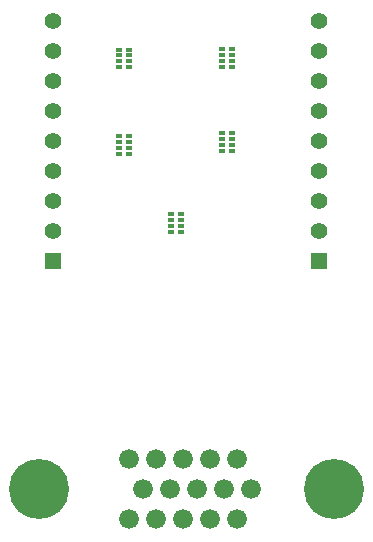
<source format=gts>
G04 (created by PCBNEW (2013-07-07 BZR 4022)-stable) date 11/18/2013 8:59:08 PM*
%MOIN*%
G04 Gerber Fmt 3.4, Leading zero omitted, Abs format*
%FSLAX34Y34*%
G01*
G70*
G90*
G04 APERTURE LIST*
%ADD10C,0.00590551*%
%ADD11C,0.066*%
%ADD12C,0.2*%
%ADD13R,0.055X0.055*%
%ADD14C,0.055*%
%ADD15R,0.019685X0.011811*%
G04 APERTURE END LIST*
G54D10*
G54D11*
X76830Y-60752D03*
X75930Y-60752D03*
X75030Y-60752D03*
X74130Y-60752D03*
X73230Y-60752D03*
X77280Y-59752D03*
X76380Y-59752D03*
X75480Y-59752D03*
X74580Y-59752D03*
X73680Y-59752D03*
X76830Y-58752D03*
X75930Y-58752D03*
X75030Y-58752D03*
X74130Y-58752D03*
X73230Y-58752D03*
G54D12*
X80050Y-59752D03*
X70210Y-59752D03*
G54D13*
X79532Y-52148D03*
G54D14*
X79532Y-51148D03*
X79532Y-50148D03*
X79532Y-49148D03*
X79532Y-48148D03*
X79532Y-47148D03*
X79532Y-46148D03*
X79532Y-45148D03*
X79532Y-44148D03*
G54D13*
X70673Y-52147D03*
G54D14*
X70673Y-51147D03*
X70673Y-50147D03*
X70673Y-49147D03*
X70673Y-48147D03*
X70673Y-47147D03*
X70673Y-46147D03*
X70673Y-45147D03*
X70673Y-44147D03*
G54D15*
X76637Y-47892D03*
X76637Y-48090D03*
X76637Y-48288D03*
X76637Y-48486D03*
X76304Y-47893D03*
X76304Y-48090D03*
X76304Y-48287D03*
X76304Y-48484D03*
X73218Y-45097D03*
X73218Y-45295D03*
X73218Y-45493D03*
X73218Y-45691D03*
X72885Y-45098D03*
X72885Y-45295D03*
X72885Y-45492D03*
X72885Y-45689D03*
X74947Y-50572D03*
X74947Y-50770D03*
X74947Y-50968D03*
X74947Y-51166D03*
X74614Y-50573D03*
X74614Y-50770D03*
X74614Y-50967D03*
X74614Y-51164D03*
X73217Y-47982D03*
X73217Y-48180D03*
X73217Y-48378D03*
X73217Y-48576D03*
X72884Y-47983D03*
X72884Y-48180D03*
X72884Y-48377D03*
X72884Y-48574D03*
X76655Y-45083D03*
X76655Y-45281D03*
X76655Y-45479D03*
X76655Y-45677D03*
X76322Y-45084D03*
X76322Y-45281D03*
X76322Y-45478D03*
X76322Y-45675D03*
M02*

</source>
